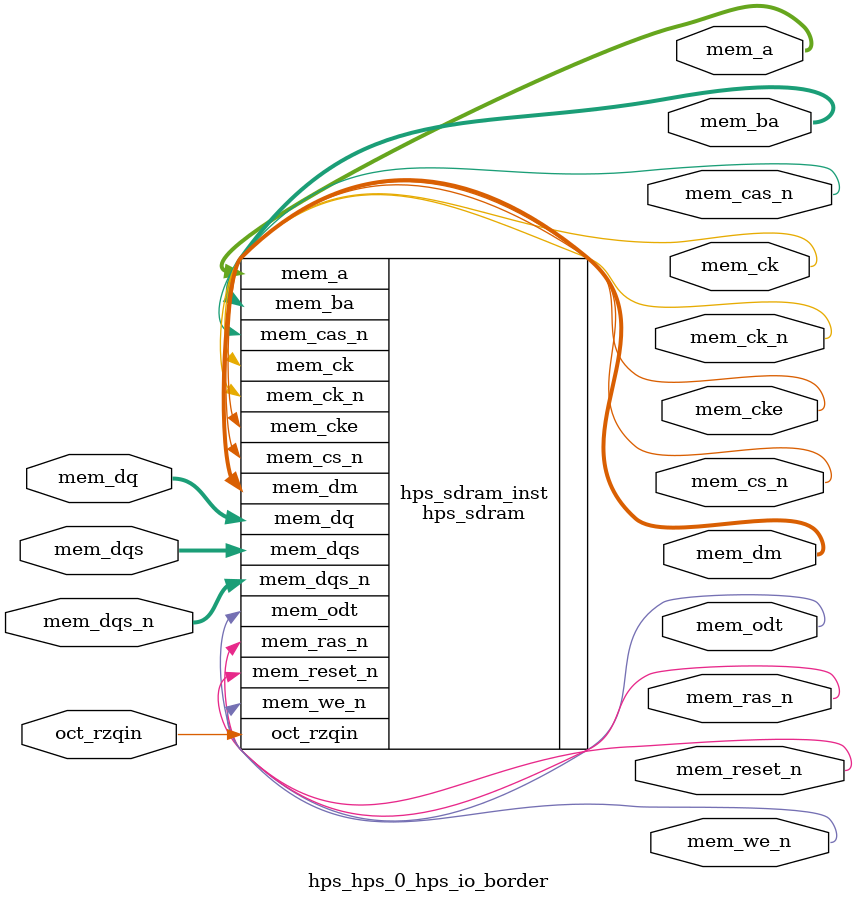
<source format=sv>


module hps_hps_0_hps_io_border(
// memory
  output wire [15 - 1 : 0 ] mem_a
 ,output wire [3 - 1 : 0 ] mem_ba
 ,output wire [1 - 1 : 0 ] mem_ck
 ,output wire [1 - 1 : 0 ] mem_ck_n
 ,output wire [1 - 1 : 0 ] mem_cke
 ,output wire [1 - 1 : 0 ] mem_cs_n
 ,output wire [1 - 1 : 0 ] mem_ras_n
 ,output wire [1 - 1 : 0 ] mem_cas_n
 ,output wire [1 - 1 : 0 ] mem_we_n
 ,output wire [1 - 1 : 0 ] mem_reset_n
 ,inout wire [32 - 1 : 0 ] mem_dq
 ,inout wire [4 - 1 : 0 ] mem_dqs
 ,inout wire [4 - 1 : 0 ] mem_dqs_n
 ,output wire [1 - 1 : 0 ] mem_odt
 ,output wire [4 - 1 : 0 ] mem_dm
 ,input wire [1 - 1 : 0 ] oct_rzqin
);


hps_sdram hps_sdram_inst(
 .mem_dq({
    mem_dq[31:0] // 31:0
  })
,.mem_odt({
    mem_odt[0:0] // 0:0
  })
,.mem_ras_n({
    mem_ras_n[0:0] // 0:0
  })
,.mem_dqs_n({
    mem_dqs_n[3:0] // 3:0
  })
,.mem_dqs({
    mem_dqs[3:0] // 3:0
  })
,.mem_dm({
    mem_dm[3:0] // 3:0
  })
,.mem_we_n({
    mem_we_n[0:0] // 0:0
  })
,.mem_cas_n({
    mem_cas_n[0:0] // 0:0
  })
,.mem_ba({
    mem_ba[2:0] // 2:0
  })
,.mem_a({
    mem_a[14:0] // 14:0
  })
,.mem_cs_n({
    mem_cs_n[0:0] // 0:0
  })
,.mem_ck({
    mem_ck[0:0] // 0:0
  })
,.mem_cke({
    mem_cke[0:0] // 0:0
  })
,.oct_rzqin({
    oct_rzqin[0:0] // 0:0
  })
,.mem_reset_n({
    mem_reset_n[0:0] // 0:0
  })
,.mem_ck_n({
    mem_ck_n[0:0] // 0:0
  })
);

endmodule


</source>
